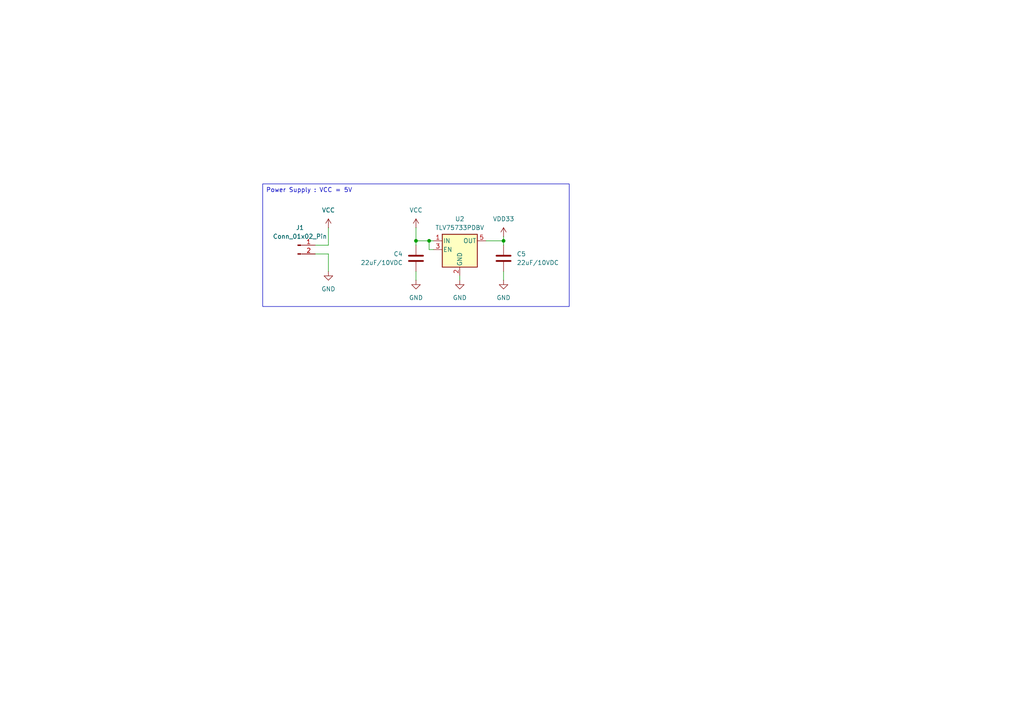
<source format=kicad_sch>
(kicad_sch (version 20231120) (generator "eeschema") (generator_version "8.0")
  (paper "A4")
  (title_block (date "2025-07-28") (rev "v1.0") (company "KN ONYKS"))
  (lib_symbols
    (symbol "Connector:Conn_01x02_Pin" (pin_names (offset 1.016) hide)
      (property "Reference" "J" (at 0 2.54 0))
      (property "Value" "Conn_01x02_Pin" (at 0 -5.08 0))
      (symbol "Conn_01x02_Pin_1_1"
        (polyline (pts (xy 1.27 -2.54) (xy 0.8636 -2.54)) (stroke (width 0.1524)))
        (polyline (pts (xy 1.27 0) (xy 0.8636 0)) (stroke (width 0.1524)))
        (rectangle (start 0.8636 -2.413) (end 0 -2.667) (stroke (width 0.1524)) (fill (type outline)))
        (rectangle (start 0.8636 0.127) (end 0 -0.127) (stroke (width 0.1524)) (fill (type outline)))
        (pin passive line (at 5.08 0 180) (length 3.81) (name "Pin_1") (number "1"))
        (pin passive line (at 5.08 -2.54 180) (length 3.81) (name "Pin_2") (number "2"))
      )
    )
    (symbol "Device:C" (pin_numbers hide) (pin_names (offset 0.254))
      (property "Reference" "C" (at 0.635 2.54 0))
      (property "Value" "C" (at 0.635 -2.54 0))
      (symbol "C_0_1"
        (polyline (pts (xy -2.032 -0.762) (xy 2.032 -0.762)) (stroke (width 0.508)))
        (polyline (pts (xy -2.032 0.762) (xy 2.032 0.762)) (stroke (width 0.508)))
      )
      (symbol "C_1_1"
        (pin passive line (at 0 3.81 270) (length 2.794) (name "~") (number "1"))
        (pin passive line (at 0 -3.81 90) (length 2.794) (name "~") (number "2"))
      )
    )
    (symbol "Regulator_Linear:TLV75733PDBV" (pin_names (offset 0.254))
      (property "Reference" "U" (at -3.81 5.715 0))
      (property "Value" "TLV75733PDBV" (at 0 5.715 0))
      (symbol "TLV75733PDBV_0_1"
        (rectangle (start -5.08 4.445) (end 5.08 -5.08) (stroke (width 0.254)) (fill (type background)))
      )
      (symbol "TLV75733PDBV_1_1"
        (pin power_in line (at -7.62 2.54 0) (length 2.54) (name "IN") (number "1"))
        (pin power_in line (at 0 -7.62 90) (length 2.54) (name "GND") (number "2"))
        (pin input line (at -7.62 0 0) (length 2.54) (name "EN") (number "3"))
        (pin no_connect line (at 5.08 0 180) (length 2.54) hide (name "NC") (number "4"))
        (pin power_out line (at 7.62 2.54 180) (length 2.54) (name "OUT") (number "5"))
      )
    )
    (symbol "power:+3.3V" (power) (pin_numbers hide) (pin_names (offset 0) hide)
      (property "Value" "+3.3V" (at 0 3.556 0))
      (symbol "+3.3V_0_1"
        (polyline (pts (xy -0.762 1.27) (xy 0 2.54)))
        (polyline (pts (xy 0 0) (xy 0 2.54)))
        (polyline (pts (xy 0 2.54) (xy 0.762 1.27)))
      )
      (symbol "+3.3V_1_1"
        (pin power_in line (at 0 0 90) (length 0) (name "~") (number "1"))
      )
    )
    (symbol "power:GND" (power) (pin_numbers hide) (pin_names (offset 0) hide)
      (property "Value" "GND" (at 0 -3.81 0))
      (symbol "GND_0_1"
        (polyline (pts (xy 0 0) (xy 0 -1.27) (xy 1.27 -1.27) (xy 0 -2.54) (xy -1.27 -1.27) (xy 0 -1.27)))
      )
      (symbol "GND_1_1"
        (pin power_in line (at 0 0 270) (length 0) (name "~") (number "1"))
      )
    )
    (symbol "power:VCC" (power) (pin_numbers hide) (pin_names (offset 0) hide)
      (property "Value" "VCC" (at 0 3.556 0))
      (symbol "VCC_0_1"
        (polyline (pts (xy -0.762 1.27) (xy 0 2.54)))
        (polyline (pts (xy 0 0) (xy 0 2.54)))
        (polyline (pts (xy 0 2.54) (xy 0.762 1.27)))
      )
      (symbol "VCC_1_1"
        (pin power_in line (at 0 0 90) (length 0) (name "~") (number "1"))
      )
    )
  )
  (junction (at 124.46 69.85))
  (junction (at 120.65 69.85))
  (junction (at 146.05 69.85))
  (wire (pts (xy 120.65 71.12) (xy 120.65 69.85)))
  (wire (pts (xy 146.05 71.12) (xy 146.05 69.85)))
  (wire (pts (xy 120.65 69.85) (xy 124.46 69.85)))
  (wire (pts (xy 146.05 78.74) (xy 146.05 81.28)))
  (wire (pts (xy 133.35 81.28) (xy 133.35 80.01)))
  (wire (pts (xy 95.25 78.74) (xy 95.25 73.66)))
  (wire (pts (xy 125.73 69.85) (xy 124.46 69.85)))
  (wire (pts (xy 140.97 69.85) (xy 146.05 69.85)))
  (wire (pts (xy 124.46 72.39) (xy 124.46 69.85)))
  (wire (pts (xy 125.73 72.39) (xy 124.46 72.39)))
  (wire (pts (xy 146.05 69.85) (xy 146.05 68.58)))
  (wire (pts (xy 91.44 71.12) (xy 95.25 71.12)))
  (wire (pts (xy 120.65 69.85) (xy 120.65 66.04)))
  (wire (pts (xy 95.25 66.04) (xy 95.25 71.12)))
  (wire (pts (xy 95.25 73.66) (xy 91.44 73.66)))
  (wire (pts (xy 120.65 78.74) (xy 120.65 81.28)))
  (text_box "Power Supply : VCC = 5V" (at 76.2 53.34 0) (size 88.9 35.56) (effects (font (size 1.27 1.27)) (justify left top)))
  (symbol (lib_id "power:GND") (at 146.05 81.28 0) (unit 1)
    (property "Reference" "#PWR16" (effects (hide yes)))
    (property "Value" "GND" (at 146.05 86.36 0))
    (property "Description" "Power symbol creates a global label with name \"GND\" , ground" (effects (hide yes)))
  )
  (symbol (lib_id "power:VCC") (at 95.25 66.04 0) (unit 1)
    (property "Reference" "#PWR6" (effects (hide yes)))
    (property "Value" "VCC" (at 95.25 60.96 0))
    (property "Description" "Power symbol creates a global label with name \"VCC\"" (effects (hide yes)))
  )
  (symbol (lib_id "power:+3.3V") (at 146.05 68.58 0) (unit 1)
    (property "Reference" "#PWR12" (effects (hide yes)))
    (property "Value" "VDD33" (at 146.05 63.5 0))
    (property "Description" "Power symbol creates a global label with name \"+3.3V\"" (effects (hide yes)))
  )
  (symbol (lib_id "Device:C") (at 120.65 74.93 0) (mirror y) (unit 1)
    (property "Reference" "C4" (at 116.84 73.6599 0) (effects (justify left)))
    (property "Value" "22uF/10VDC" (at 116.84 76.1999 0) (effects (justify left)))
    (property "Footprint" "Capacitor_SMD:C_0603_1608Metric_Pad1.08x0.95mm_HandSolder" (effects (hide yes)))
    (property "Description" "Unpolarized capacitor" (effects (hide yes)))
  )
  (symbol (lib_id "power:GND") (at 120.65 81.28 0) (unit 1)
    (property "Reference" "#PWR15" (effects (hide yes)))
    (property "Value" "GND" (at 120.65 86.36 0))
    (property "Description" "Power symbol creates a global label with name \"GND\" , ground" (effects (hide yes)))
  )
  (symbol (lib_id "Connector:Conn_01x02_Pin") (at 86.36 71.12 0) (unit 1)
    (property "Reference" "J1" (at 86.995 66.04 0))
    (property "Value" "Conn_01x02_Pin" (at 86.995 68.58 0))
    (property "Footprint" "Connector_PinHeader_2.54mm:PinHeader_1x02_P2.54mm_Vertical" (effects (hide yes)))
    (property "Description" "Generic connector, single row, 01x02, script generated" (effects (hide yes)))
  )
  (symbol (lib_id "Regulator_Linear:TLV75733PDBV") (at 133.35 72.39 0) (unit 1)
    (property "Reference" "U2" (at 133.35 63.5 0))
    (property "Value" "TLV75733PDBV" (at 133.35 66.04 0))
    (property "Footprint" "Package_TO_SOT_SMD:SOT-23-5" (effects (hide yes)))
    (property "Datasheet" "https://www.ti.com/lit/ds/symlink/tlv757p.pdf" (effects (hide yes)))
    (property "Description" "1A Low IQ Small Size Low Dropout Voltage Regulator, Fixed Output 3.3V, SOT-23-5" (effects (hide yes)))
  )
  (symbol (lib_id "power:GND") (at 95.25 78.74 0) (unit 1)
    (property "Reference" "#PWR7" (effects (hide yes)))
    (property "Value" "GND" (at 95.25 83.82 0))
    (property "Description" "Power symbol creates a global label with name \"GND\" , ground" (effects (hide yes)))
  )
  (symbol (lib_id "power:VCC") (at 120.65 66.04 0) (unit 1)
    (property "Reference" "#PWR8" (effects (hide yes)))
    (property "Value" "VCC" (at 120.65 60.96 0))
    (property "Description" "Power symbol creates a global label with name \"VCC\"" (effects (hide yes)))
  )
  (symbol (lib_id "power:GND") (at 133.35 81.28 0) (unit 1)
    (property "Reference" "#PWR11" (effects (hide yes)))
    (property "Value" "GND" (at 133.35 86.36 0))
    (property "Description" "Power symbol creates a global label with name \"GND\" , ground" (effects (hide yes)))
  )
  (symbol (lib_id "Device:C") (at 146.05 74.93 0) (unit 1)
    (property "Reference" "C5" (at 149.86 73.6599 0) (effects (justify left)))
    (property "Value" "22uF/10VDC" (at 149.86 76.1999 0) (effects (justify left)))
    (property "Footprint" "Capacitor_SMD:C_0603_1608Metric_Pad1.08x0.95mm_HandSolder" (effects (hide yes)))
    (property "Description" "Unpolarized capacitor" (effects (hide yes)))
  )
)
</source>
